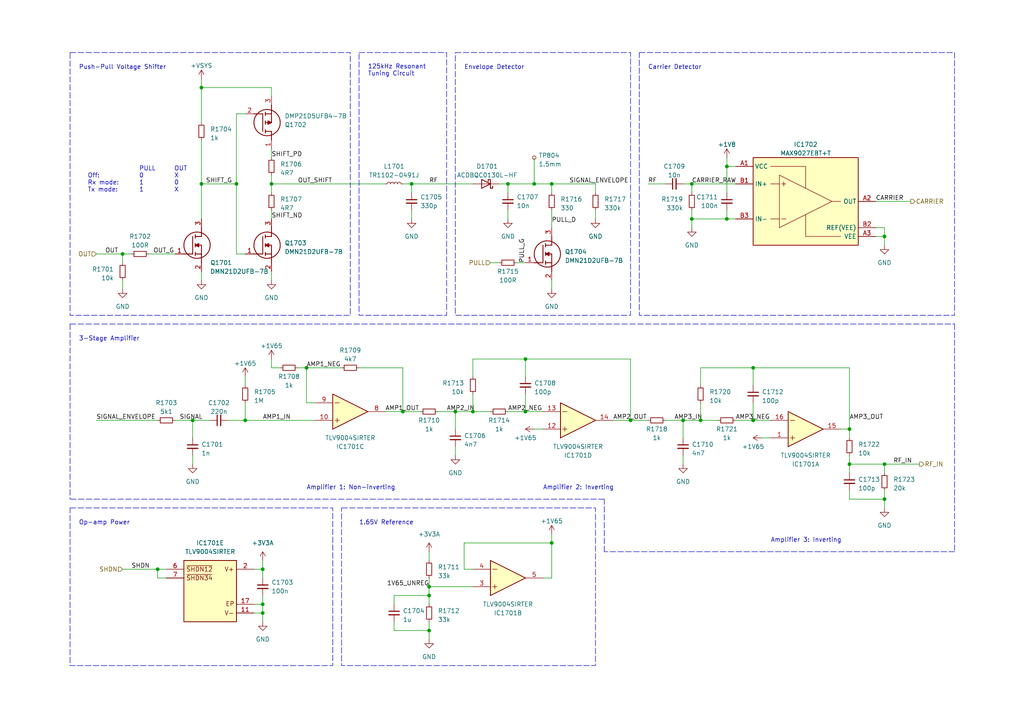
<source format=kicad_sch>
(kicad_sch (version 20230121) (generator eeschema)
  (paper "A4")
  (title_block (title "Watch RFID") (date "2023-12-21") (rev "1") (comment 1 "Checked by Ben Smith 21/12/23"))
  (lib_symbols
    (symbol "Connector:TestPoint_Small" (pin_numbers hide) (pin_names (offset 0.762) hide)
      (property "Reference" "TP" (at 0 3.81 0))
      (property "Value" "TestPoint_Small" (at 0 2.032 0))
      (symbol "TestPoint_Small_0_1"
        (circle (center 0 0) (radius 0.508))
      )
      (symbol "TestPoint_Small_1_1"
        (pin passive line (at 0 0 90) (length 0) (name "1") (number "1"))
      )
    )
    (symbol "DMN21D2UFB-7B:DMN21D2UFB-7B" (pin_names hide)
      (property "Reference" "Q" (at 11.43 3.81 0))
      (property "Value" "DMN21D2UFB-7B" (at 11.43 1.27 0))
      (symbol "DMN21D2UFB-7B_1_1"
        (polyline (pts (xy 2.54 0) (xy 5.08 0)) (stroke (width 0.254)))
        (polyline (pts (xy 5.08 5.08) (xy 5.08 0)) (stroke (width 0.254)))
        (polyline (pts (xy 5.842 -0.508) (xy 5.842 0.508)) (stroke (width 0.254)))
        (polyline (pts (xy 5.842 0) (xy 7.62 0)) (stroke (width 0.254)))
        (polyline (pts (xy 5.842 2.032) (xy 5.842 3.048)) (stroke (width 0.254)))
        (polyline (pts (xy 5.842 5.588) (xy 5.842 4.572)) (stroke (width 0.254)))
        (polyline (pts (xy 7.62 2.54) (xy 5.842 2.54)) (stroke (width 0.254)))
        (polyline (pts (xy 7.62 2.54) (xy 7.62 -2.54)) (stroke (width 0.254)))
        (polyline (pts (xy 7.62 5.08) (xy 5.842 5.08)) (stroke (width 0.254)))
        (polyline (pts (xy 7.62 5.08) (xy 7.62 7.62)) (stroke (width 0.254)))
        (polyline (pts (xy 5.842 2.54) (xy 6.858 3.048) (xy 6.858 2.032) (xy 5.842 2.54)) (stroke (width 0.254)) (fill (type outline)))
        (circle (center 6.35 2.54) (radius 3.81) (stroke (width 0.254)))
        (pin passive line (at 0 0 0) (length 2.54) (name "G") (number "1"))
        (pin passive line (at 7.62 -5.08 90) (length 2.54) (name "S") (number "2"))
        (pin passive line (at 7.62 10.16 270) (length 2.54) (name "D") (number "3"))
      )
    )
    (symbol "DMP21D5UFB4-7B:DMP21D5UFB4-7B" (pin_names hide)
      (property "Reference" "Q" (at 11.43 3.81 0))
      (property "Value" "DMP21D5UFB4-7B" (at 11.43 1.27 0))
      (symbol "DMP21D5UFB4-7B_1_1"
        (polyline (pts (xy 2.54 0) (xy 5.08 0)) (stroke (width 0.254)))
        (polyline (pts (xy 5.08 5.08) (xy 5.08 0)) (stroke (width 0.254)))
        (polyline (pts (xy 5.842 -0.508) (xy 5.842 0.508)) (stroke (width 0.254)))
        (polyline (pts (xy 5.842 0) (xy 7.62 0)) (stroke (width 0.254)))
        (polyline (pts (xy 5.842 2.032) (xy 5.842 3.048)) (stroke (width 0.254)))
        (polyline (pts (xy 5.842 5.588) (xy 5.842 4.572)) (stroke (width 0.254)))
        (polyline (pts (xy 7.62 2.54) (xy 5.842 2.54)) (stroke (width 0.254)))
        (polyline (pts (xy 7.62 2.54) (xy 7.62 -2.54)) (stroke (width 0.254)))
        (polyline (pts (xy 7.62 5.08) (xy 5.842 5.08)) (stroke (width 0.254)))
        (polyline (pts (xy 7.62 5.08) (xy 7.62 7.62)) (stroke (width 0.254)))
        (polyline (pts (xy 7.62 2.54) (xy 6.604 3.048) (xy 6.604 2.032) (xy 7.62 2.54)) (stroke (width 0.254)) (fill (type outline)))
        (circle (center 6.35 2.54) (radius 3.81) (stroke (width 0.254)))
        (pin passive line (at 7.62 10.16 270) (length 2.54) (name "D") (number "1"))
        (pin passive line (at 0 0 0) (length 2.54) (name "G") (number "2"))
        (pin passive line (at 7.62 -5.08 90) (length 2.54) (name "S") (number "3"))
      )
    )
    (symbol "Device:C_Small" (pin_numbers hide) (pin_names (offset 0.254) hide)
      (property "Reference" "C" (at 0.254 1.778 0))
      (property "Value" "C_Small" (at 0.254 -2.032 0))
      (symbol "C_Small_0_1"
        (polyline (pts (xy -1.524 -0.508) (xy 1.524 -0.508)) (stroke (width 0.3302)))
        (polyline (pts (xy -1.524 0.508) (xy 1.524 0.508)) (stroke (width 0.3048)))
      )
      (symbol "C_Small_1_1"
        (pin passive line (at 0 2.54 270) (length 2.032) (name "~") (number "1"))
        (pin passive line (at 0 -2.54 90) (length 2.032) (name "~") (number "2"))
      )
    )
    (symbol "Device:R_Small" (pin_numbers hide) (pin_names (offset 0.254) hide)
      (property "Reference" "R" (at 0.762 0.508 0))
      (property "Value" "R_Small" (at 0.762 -1.016 0))
      (symbol "R_Small_0_1"
        (rectangle (start -0.762 1.778) (end 0.762 -1.778) (stroke (width 0.2032)))
      )
      (symbol "R_Small_1_1"
        (pin passive line (at 0 2.54 270) (length 0.762) (name "~") (number "1"))
        (pin passive line (at 0 -2.54 90) (length 0.762) (name "~") (number "2"))
      )
    )
    (symbol "MAX9027EBT+T:MAX9027EBT+T"
      (property "Reference" "IC" (at 0 17.78 0))
      (property "Value" "MAX9027EBT+T" (at 0 15.24 0))
      (symbol "MAX9027EBT+T_0_1"
        (polyline (pts (xy -7.62 -5.08) (xy -10.16 -5.08)))
        (polyline (pts (xy -7.62 5.08) (xy -10.16 5.08)))
        (polyline (pts (xy -6.985 -5.08) (xy -5.715 -5.08)))
        (polyline (pts (xy -6.985 5.08) (xy -5.715 5.08)))
        (polyline (pts (xy -6.35 5.715) (xy -6.35 4.445)))
        (polyline (pts (xy 7.62 0) (xy 10.16 0)))
        (polyline (pts (xy -10.16 10.16) (xy 0 10.16) (xy 0 3.81)))
        (polyline (pts (xy 0 -3.81) (xy 0 -10.16) (xy 10.16 -10.16)))
        (polyline (pts (xy -7.62 7.62) (xy -7.62 -7.62) (xy 7.62 0) (xy -7.62 7.62)))
      )
      (symbol "MAX9027EBT+T_1_1"
        (rectangle (start -15.24 12.7) (end 15.24 -12.7) (stroke (width 0.254)) (fill (type background)))
        (pin passive line (at -20.32 10.16 0) (length 5.08) (name "VCC") (number "A1"))
        (pin passive line (at 20.32 0 180) (length 5.08) (name "OUT") (number "A2"))
        (pin passive line (at 20.32 -10.16 180) (length 5.08) (name "VEE") (number "A3"))
        (pin passive line (at -20.32 5.08 0) (length 5.08) (name "IN+") (number "B1"))
        (pin passive line (at 20.32 -7.62 180) (length 5.08) (name "REF(VEE)") (number "B2"))
        (pin passive line (at -20.32 -5.08 0) (length 5.08) (name "IN-") (number "B3"))
      )
    )
    (symbol "TLV9004SIRTER:TLV9004SIRTER" (pin_names hide)
      (property "Reference" "IC" (at 0 10.16 0))
      (property "Value" "TLV9004SIRTER" (at 0 7.62 0))
      (symbol "TLV9004SIRTER_1_1"
        (polyline (pts (xy -4.445 -2.54) (xy -3.175 -2.54)))
        (polyline (pts (xy -4.445 2.54) (xy -3.175 2.54)))
        (polyline (pts (xy -3.81 3.175) (xy -3.81 1.905)))
        (polyline (pts (xy -5.08 5.08) (xy 5.08 0) (xy -5.08 -5.08) (xy -5.08 5.08)) (stroke (width 0.254)) (fill (type background)))
        (pin passive line (at -10.16 2.54 0) (length 5.08) (name "IN1+") (number "1"))
        (pin passive line (at 10.16 0 180) (length 5.08) (name "OUT1") (number "15"))
        (pin passive line (at -10.16 -2.54 0) (length 5.08) (name "IN1-") (number "16"))
      )
      (symbol "TLV9004SIRTER_2_1"
        (polyline (pts (xy -4.445 -2.54) (xy -3.175 -2.54)))
        (polyline (pts (xy -4.445 2.54) (xy -3.175 2.54)))
        (polyline (pts (xy -3.81 3.175) (xy -3.81 1.905)))
        (polyline (pts (xy -5.08 5.08) (xy 5.08 0) (xy -5.08 -5.08) (xy -5.08 5.08)) (stroke (width 0.254)) (fill (type background)))
        (pin passive line (at -10.16 2.54 0) (length 5.08) (name "IN2+") (number "3"))
        (pin passive line (at -10.16 -2.54 0) (length 5.08) (name "IN2-") (number "4"))
        (pin passive line (at 10.16 0 180) (length 5.08) (name "OUT2") (number "5"))
      )
      (symbol "TLV9004SIRTER_3_1"
        (polyline (pts (xy -4.445 -2.54) (xy -3.175 -2.54)))
        (polyline (pts (xy -4.445 2.54) (xy -3.175 2.54)))
        (polyline (pts (xy -3.81 3.175) (xy -3.81 1.905)))
        (polyline (pts (xy -5.08 5.08) (xy 5.08 0) (xy -5.08 -5.08) (xy -5.08 5.08)) (stroke (width 0.254)) (fill (type background)))
        (pin passive line (at -10.16 2.54 0) (length 5.08) (name "IN3+") (number "10"))
        (pin passive line (at 10.16 0 180) (length 5.08) (name "OUT3") (number "8"))
        (pin passive line (at -10.16 -2.54 0) (length 5.08) (name "IN3-") (number "9"))
      )
      (symbol "TLV9004SIRTER_4_1"
        (polyline (pts (xy -4.445 -2.54) (xy -3.175 -2.54)))
        (polyline (pts (xy -4.445 2.54) (xy -3.175 2.54)))
        (polyline (pts (xy -3.81 3.175) (xy -3.81 1.905)))
        (polyline (pts (xy -5.08 5.08) (xy 5.08 0) (xy -5.08 -5.08) (xy -5.08 5.08)) (stroke (width 0.254)) (fill (type background)))
        (pin passive line (at -10.16 2.54 0) (length 5.08) (name "IN4+") (number "12"))
        (pin passive line (at -10.16 -2.54 0) (length 5.08) (name "IN4-") (number "13"))
        (pin passive line (at 10.16 0 180) (length 5.08) (name "OUT4") (number "14"))
      )
      (symbol "TLV9004SIRTER_5_1"
        (rectangle (start -7.62 5.08) (end 7.62 -12.7) (stroke (width 0.254)) (fill (type background)))
        (text "EP" (at 7.073 -7.5004 0) (effects (font (size 1.27 1.27)) (justify right)))
        (text "V+" (at 6.985 2.54 0) (effects (font (size 1.27 1.27)) (justify right)))
        (text "V-" (at 6.985 -10.16 0) (effects (font (size 1.27 1.27)) (justify right)))
        (text "~{SHDN12}" (at -6.985 2.54 0) (effects (font (size 1.27 1.27)) (justify left)))
        (text "~{SHDN34}" (at -6.985 0 0) (effects (font (size 1.27 1.27)) (justify left)))
        (pin passive line (at 12.7 -10.16 180) (length 5.08) (name "V-") (number "11"))
        (pin passive line (at 12.7 -7.62 180) (length 5.08) (name "EP") (number "17"))
        (pin passive line (at 12.7 2.54 180) (length 5.08) (name "V+") (number "2"))
        (pin passive line (at -12.7 2.54 0) (length 5.08) (name "~{SHDN12}") (number "6"))
        (pin passive line (at -12.7 0 0) (length 5.08) (name "~{SHDN34}") (number "7"))
      )
    )
    (symbol "power:+1V8" (power) (pin_names (offset 0))
      (property "Value" "+1V8" (at 0 3.556 0))
      (symbol "+1V8_0_1"
        (polyline (pts (xy -0.762 1.27) (xy 0 2.54)))
        (polyline (pts (xy 0 0) (xy 0 2.54)))
        (polyline (pts (xy 0 2.54) (xy 0.762 1.27)))
      )
      (symbol "+1V8_1_1"
        (pin power_in line (at 0 0 90) (length 0) hide (name "+1V8") (number "1"))
      )
    )
    (symbol "power:GND" (power) (pin_names (offset 0))
      (property "Value" "GND" (at 0 -3.81 0))
      (symbol "GND_0_1"
        (polyline (pts (xy 0 0) (xy 0 -1.27) (xy 1.27 -1.27) (xy 0 -2.54) (xy -1.27 -1.27) (xy 0 -1.27)))
      )
      (symbol "GND_1_1"
        (pin power_in line (at 0 0 270) (length 0) hide (name "GND") (number "1"))
      )
    )
    (symbol "watch_symbols_lib:+1V65" (power) (pin_names (offset 0))
      (property "Value" "+1V65" (at 0 3.556 0))
      (symbol "+1V65_0_1"
        (polyline (pts (xy -0.762 1.27) (xy 0 2.54)))
        (polyline (pts (xy 0 0) (xy 0 2.54)))
        (polyline (pts (xy 0 2.54) (xy 0.762 1.27)))
      )
      (symbol "+1V65_1_1"
        (pin power_in line (at 0 0 90) (length 0) hide (name "+1V65") (number "1"))
      )
    )
    (symbol "watch_symbols_lib:+3V3A" (power) (pin_names (offset 0))
      (property "Value" "+3V3A" (at 0 3.556 0))
      (symbol "+3V3A_0_1"
        (polyline (pts (xy -0.762 1.27) (xy 0 2.54)))
        (polyline (pts (xy 0 0) (xy 0 2.54)))
        (polyline (pts (xy 0 2.54) (xy 0.762 1.27)))
      )
      (symbol "+3V3A_1_1"
        (pin power_in line (at 0 0 90) (length 0) hide (name "+3V3A") (number "1"))
      )
    )
    (symbol "watch_symbols_lib:+VSYS" (power) (pin_names (offset 0))
      (property "Value" "+VSYS" (at 0 3.556 0))
      (symbol "+VSYS_0_1"
        (polyline (pts (xy -0.762 1.27) (xy 0 2.54)))
        (polyline (pts (xy 0 0) (xy 0 2.54)))
        (polyline (pts (xy 0 2.54) (xy 0.762 1.27)))
      )
      (symbol "+VSYS_1_1"
        (pin power_in line (at 0 0 90) (length 0) hide (name "+VSYS") (number "1"))
      )
    )
    (symbol "watch_symbols_lib:ACDBQC0130L-HF" (pin_numbers hide) (pin_names (offset 1.016) hide)
      (property "Reference" "D" (at 0 2.54 0))
      (property "Value" "ACDBQC0130L-HF" (at 0 -2.54 0))
      (symbol "ACDBQC0130L-HF_0_1"
        (polyline (pts (xy 1.27 0) (xy -1.27 0)))
        (polyline (pts (xy 1.27 1.27) (xy 1.27 -1.27) (xy -1.27 0) (xy 1.27 1.27)) (stroke (width 0.254)))
        (polyline (pts (xy -1.905 0.635) (xy -1.905 1.27) (xy -1.27 1.27) (xy -1.27 -1.27) (xy -0.635 -1.27) (xy -0.635 -0.635)) (stroke (width 0.254)))
      )
      (symbol "ACDBQC0130L-HF_1_1"
        (pin passive line (at -3.81 0 0) (length 2.54) (name "K") (number "1"))
        (pin passive line (at 3.81 0 180) (length 2.54) (name "A") (number "2"))
      )
    )
    (symbol "watch_symbols_lib:TR1102-0491J" (pin_numbers hide) (pin_names (offset 0.254) hide)
      (property "Reference" "L" (at 0.762 1.016 0))
      (property "Value" "TR1102-0491J" (at 0.762 -1.016 0))
      (symbol "TR1102-0491J_0_1"
        (arc (start 0 -2.032) (mid 0.5058 -1.524) (end 0 -1.016))
        (arc (start 0 -1.016) (mid 0.5058 -0.508) (end 0 0))
        (arc (start 0 0) (mid 0.5058 0.508) (end 0 1.016))
        (arc (start 0 1.016) (mid 0.5058 1.524) (end 0 2.032))
      )
      (symbol "TR1102-0491J_1_1"
        (pin passive line (at 0 2.54 270) (length 0.508) (name "~") (number "1"))
        (pin passive line (at 0 -2.54 90) (length 0.508) (name "~") (number "2"))
      )
    )
  )
  (junction (at 246.38 134.62))
  (junction (at 160.02 157.48))
  (junction (at 256.54 134.62))
  (junction (at 35.56 73.66))
  (junction (at 246.38 124.46))
  (junction (at 152.4 119.38))
  (junction (at 124.46 170.18))
  (junction (at 210.82 63.5))
  (junction (at 147.32 53.34))
  (junction (at 78.74 53.34))
  (junction (at 58.42 53.34))
  (junction (at 137.16 119.38))
  (junction (at 152.4 104.14))
  (junction (at 116.84 119.38))
  (junction (at 88.9 106.68))
  (junction (at 182.88 121.92))
  (junction (at 200.66 63.5))
  (junction (at 256.54 144.78))
  (junction (at 119.38 53.34))
  (junction (at 124.46 182.88))
  (junction (at 124.46 172.72))
  (junction (at 76.2 177.8))
  (junction (at 160.02 53.34))
  (junction (at 203.2 121.92))
  (junction (at 198.12 121.92))
  (junction (at 256.54 68.58))
  (junction (at 76.2 175.26))
  (junction (at 210.82 48.26))
  (junction (at 218.44 121.92))
  (junction (at 218.44 106.68))
  (junction (at 68.58 53.34))
  (junction (at 71.12 121.92))
  (junction (at 45.72 165.1))
  (junction (at 58.42 25.4))
  (junction (at 132.08 119.38))
  (junction (at 200.66 53.34))
  (junction (at 154.94 53.34))
  (junction (at 76.2 165.1))
  (junction (at 55.88 121.92))
  (wire (pts (xy 76.2 165.1) (xy 76.2 167.64)))
  (wire (pts (xy 119.38 63.5) (xy 119.38 60.96)))
  (wire (pts (xy 182.88 121.92) (xy 187.96 121.92)))
  (wire (pts (xy 142.24 76.2) (xy 144.78 76.2)))
  (wire (pts (xy 78.74 43.18) (xy 78.74 45.72)))
  (wire (pts (xy 58.42 53.34) (xy 58.42 63.5)))
  (wire (pts (xy 147.32 63.5) (xy 147.32 60.96)))
  (wire (pts (xy 119.38 53.34) (xy 137.16 53.34)))
  (wire (pts (xy 152.4 104.14) (xy 182.88 104.14)))
  (wire (pts (xy 43.18 73.66) (xy 50.8 73.66)))
  (wire (pts (xy 172.72 63.5) (xy 172.72 60.96)))
  (wire (pts (xy 116.84 119.38) (xy 121.92 119.38)))
  (wire (pts (xy 35.56 73.66) (xy 38.1 73.66)))
  (wire (pts (xy 137.16 165.1) (xy 134.62 165.1)))
  (wire (pts (xy 254 66.04) (xy 256.54 66.04)))
  (wire (pts (xy 256.54 134.62) (xy 266.7 134.62)))
  (wire (pts (xy 218.44 106.68) (xy 246.38 106.68)))
  (wire (pts (xy 154.94 45.72) (xy 154.94 53.34)))
  (wire (pts (xy 200.66 63.5) (xy 210.82 63.5)))
  (wire (pts (xy 88.9 106.68) (xy 88.9 116.84)))
  (wire (pts (xy 71.12 121.92) (xy 91.44 121.92)))
  (wire (pts (xy 111.76 119.38) (xy 116.84 119.38)))
  (wire (pts (xy 147.32 53.34) (xy 147.32 55.88)))
  (wire (pts (xy 66.04 121.92) (xy 71.12 121.92)))
  (wire (pts (xy 160.02 55.88) (xy 160.02 53.34)))
  (wire (pts (xy 154.94 124.46) (xy 157.48 124.46)))
  (polyline (pts (xy 276.86 93.98) (xy 276.86 160.02)) (stroke (width 0) (type dash)))
  (wire (pts (xy 124.46 167.64) (xy 124.46 170.18)))
  (polyline (pts (xy 276.86 160.02) (xy 175.26 160.02)) (stroke (width 0) (type dash)))
  (wire (pts (xy 256.54 134.62) (xy 246.38 134.62)))
  (wire (pts (xy 48.26 167.64) (xy 45.72 167.64)))
  (wire (pts (xy 78.74 50.8) (xy 78.74 53.34)))
  (wire (pts (xy 134.62 165.1) (xy 134.62 157.48)))
  (wire (pts (xy 160.02 83.82) (xy 160.02 81.28)))
  (wire (pts (xy 154.94 53.34) (xy 160.02 53.34)))
  (wire (pts (xy 58.42 22.86) (xy 58.42 25.4)))
  (wire (pts (xy 76.2 175.26) (xy 76.2 177.8)))
  (wire (pts (xy 58.42 53.34) (xy 68.58 53.34)))
  (wire (pts (xy 256.54 144.78) (xy 256.54 142.24)))
  (wire (pts (xy 124.46 172.72) (xy 124.46 175.26)))
  (wire (pts (xy 55.88 121.92) (xy 60.96 121.92)))
  (wire (pts (xy 114.3 172.72) (xy 124.46 172.72)))
  (wire (pts (xy 152.4 119.38) (xy 157.48 119.38)))
  (wire (pts (xy 210.82 60.96) (xy 210.82 63.5)))
  (wire (pts (xy 177.8 121.92) (xy 182.88 121.92)))
  (wire (pts (xy 104.14 106.68) (xy 116.84 106.68)))
  (wire (pts (xy 55.88 132.08) (xy 55.88 134.62)))
  (wire (pts (xy 210.82 63.5) (xy 213.36 63.5)))
  (wire (pts (xy 76.2 172.72) (xy 76.2 175.26)))
  (wire (pts (xy 256.54 71.12) (xy 256.54 68.58)))
  (wire (pts (xy 157.48 167.64) (xy 160.02 167.64)))
  (wire (pts (xy 152.4 104.14) (xy 152.4 109.22)))
  (wire (pts (xy 137.16 119.38) (xy 137.16 114.3)))
  (wire (pts (xy 203.2 111.76) (xy 203.2 106.68)))
  (wire (pts (xy 142.24 119.38) (xy 137.16 119.38)))
  (wire (pts (xy 147.32 119.38) (xy 152.4 119.38)))
  (wire (pts (xy 116.84 119.38) (xy 116.84 106.68)))
  (wire (pts (xy 58.42 81.28) (xy 58.42 78.74)))
  (wire (pts (xy 198.12 53.34) (xy 200.66 53.34)))
  (wire (pts (xy 58.42 25.4) (xy 58.42 35.56)))
  (wire (pts (xy 27.94 121.92) (xy 45.72 121.92)))
  (wire (pts (xy 76.2 165.1) (xy 73.66 165.1)))
  (wire (pts (xy 114.3 175.26) (xy 114.3 172.72)))
  (wire (pts (xy 220.98 127) (xy 223.52 127)))
  (wire (pts (xy 198.12 132.08) (xy 198.12 134.62)))
  (wire (pts (xy 160.02 157.48) (xy 160.02 167.64)))
  (wire (pts (xy 154.94 53.34) (xy 147.32 53.34)))
  (wire (pts (xy 160.02 53.34) (xy 172.72 53.34)))
  (wire (pts (xy 27.94 73.66) (xy 35.56 73.66)))
  (wire (pts (xy 35.56 83.82) (xy 35.56 81.28)))
  (wire (pts (xy 76.2 162.56) (xy 76.2 165.1)))
  (wire (pts (xy 210.82 45.72) (xy 210.82 48.26)))
  (wire (pts (xy 124.46 170.18) (xy 124.46 172.72)))
  (wire (pts (xy 127 119.38) (xy 132.08 119.38)))
  (wire (pts (xy 124.46 180.34) (xy 124.46 182.88)))
  (wire (pts (xy 246.38 132.08) (xy 246.38 134.62)))
  (wire (pts (xy 71.12 109.22) (xy 71.12 111.76)))
  (wire (pts (xy 35.56 76.2) (xy 35.56 73.66)))
  (wire (pts (xy 160.02 154.94) (xy 160.02 157.48)))
  (wire (pts (xy 73.66 175.26) (xy 76.2 175.26)))
  (wire (pts (xy 203.2 121.92) (xy 203.2 116.84)))
  (wire (pts (xy 78.74 104.14) (xy 78.74 106.68)))
  (polyline (pts (xy 175.26 160.02) (xy 175.26 144.78)) (stroke (width 0) (type dash)))
  (wire (pts (xy 132.08 129.54) (xy 132.08 132.08)))
  (wire (pts (xy 50.8 121.92) (xy 55.88 121.92)))
  (wire (pts (xy 78.74 106.68) (xy 81.28 106.68)))
  (wire (pts (xy 149.86 76.2) (xy 152.4 76.2)))
  (wire (pts (xy 256.54 144.78) (xy 256.54 147.32)))
  (wire (pts (xy 246.38 144.78) (xy 256.54 144.78)))
  (polyline (pts (xy 20.32 93.98) (xy 276.86 93.98)) (stroke (width 0) (type dash)))
  (polyline (pts (xy 20.32 93.98) (xy 20.32 144.78)) (stroke (width 0) (type dash)))
  (wire (pts (xy 203.2 121.92) (xy 208.28 121.92)))
  (wire (pts (xy 213.36 121.92) (xy 218.44 121.92)))
  (wire (pts (xy 88.9 116.84) (xy 91.44 116.84)))
  (wire (pts (xy 114.3 180.34) (xy 114.3 182.88)))
  (wire (pts (xy 218.44 121.92) (xy 218.44 116.84)))
  (wire (pts (xy 71.12 73.66) (xy 68.58 73.66)))
  (wire (pts (xy 200.66 66.04) (xy 200.66 63.5)))
  (wire (pts (xy 137.16 104.14) (xy 152.4 104.14)))
  (wire (pts (xy 78.74 53.34) (xy 78.74 55.88)))
  (wire (pts (xy 116.84 53.34) (xy 119.38 53.34)))
  (wire (pts (xy 144.78 53.34) (xy 147.32 53.34)))
  (wire (pts (xy 182.88 104.14) (xy 182.88 121.92)))
  (wire (pts (xy 68.58 73.66) (xy 68.58 53.34)))
  (wire (pts (xy 124.46 182.88) (xy 124.46 185.42)))
  (wire (pts (xy 172.72 55.88) (xy 172.72 53.34)))
  (wire (pts (xy 114.3 182.88) (xy 124.46 182.88)))
  (wire (pts (xy 68.58 53.34) (xy 68.58 33.02)))
  (wire (pts (xy 152.4 119.38) (xy 152.4 114.3)))
  (wire (pts (xy 203.2 106.68) (xy 218.44 106.68)))
  (wire (pts (xy 35.56 165.1) (xy 45.72 165.1)))
  (wire (pts (xy 256.54 68.58) (xy 254 68.58)))
  (wire (pts (xy 256.54 137.16) (xy 256.54 134.62)))
  (wire (pts (xy 124.46 170.18) (xy 137.16 170.18)))
  (wire (pts (xy 55.88 121.92) (xy 55.88 127)))
  (wire (pts (xy 134.62 157.48) (xy 160.02 157.48)))
  (wire (pts (xy 132.08 119.38) (xy 132.08 124.46)))
  (wire (pts (xy 86.36 106.68) (xy 88.9 106.68)))
  (wire (pts (xy 73.66 177.8) (xy 76.2 177.8)))
  (wire (pts (xy 246.38 106.68) (xy 246.38 124.46)))
  (wire (pts (xy 45.72 167.64) (xy 45.72 165.1)))
  (wire (pts (xy 187.96 53.34) (xy 193.04 53.34)))
  (wire (pts (xy 193.04 121.92) (xy 198.12 121.92)))
  (wire (pts (xy 58.42 40.64) (xy 58.42 53.34)))
  (wire (pts (xy 124.46 160.02) (xy 124.46 162.56)))
  (wire (pts (xy 200.66 55.88) (xy 200.66 53.34)))
  (wire (pts (xy 246.38 142.24) (xy 246.38 144.78)))
  (wire (pts (xy 78.74 81.28) (xy 78.74 78.74)))
  (wire (pts (xy 78.74 27.94) (xy 78.74 25.4)))
  (wire (pts (xy 78.74 60.96) (xy 78.74 63.5)))
  (wire (pts (xy 198.12 121.92) (xy 203.2 121.92)))
  (wire (pts (xy 78.74 53.34) (xy 111.76 53.34)))
  (wire (pts (xy 137.16 109.22) (xy 137.16 104.14)))
  (wire (pts (xy 200.66 60.96) (xy 200.66 63.5)))
  (wire (pts (xy 68.58 33.02) (xy 71.12 33.02)))
  (wire (pts (xy 246.38 134.62) (xy 246.38 137.16)))
  (wire (pts (xy 198.12 121.92) (xy 198.12 127)))
  (wire (pts (xy 132.08 119.38) (xy 137.16 119.38)))
  (polyline (pts (xy 175.26 144.78) (xy 20.32 144.78)) (stroke (width 0) (type dash)))
  (wire (pts (xy 99.06 106.68) (xy 88.9 106.68)))
  (wire (pts (xy 256.54 66.04) (xy 256.54 68.58)))
  (wire (pts (xy 76.2 177.8) (xy 76.2 180.34)))
  (wire (pts (xy 218.44 121.92) (xy 223.52 121.92)))
  (wire (pts (xy 210.82 48.26) (xy 210.82 55.88)))
  (wire (pts (xy 160.02 60.96) (xy 160.02 66.04)))
  (wire (pts (xy 254 58.42) (xy 264.16 58.42)))
  (wire (pts (xy 243.84 124.46) (xy 246.38 124.46)))
  (wire (pts (xy 45.72 165.1) (xy 48.26 165.1)))
  (wire (pts (xy 58.42 25.4) (xy 78.74 25.4)))
  (wire (pts (xy 71.12 116.84) (xy 71.12 121.92)))
  (wire (pts (xy 246.38 124.46) (xy 246.38 127)))
  (wire (pts (xy 200.66 53.34) (xy 213.36 53.34)))
  (wire (pts (xy 218.44 106.68) (xy 218.44 111.76)))
  (wire (pts (xy 210.82 48.26) (xy 213.36 48.26)))
  (wire (pts (xy 119.38 53.34) (xy 119.38 55.88)))
  (rectangle (start 132.08 15.24) (end 182.88 91.44) (stroke (width 0) (type dash)))
  (rectangle (start 104.14 15.24) (end 129.54 91.44) (stroke (width 0) (type dash)))
  (rectangle (start 185.42 15.24) (end 276.86 91.44) (stroke (width 0) (type dash)))
  (rectangle (start 20.32 15.24) (end 101.6 91.44) (stroke (width 0) (type dash)))
  (rectangle (start 20.32 147.32) (end 96.52 193.04) (stroke (width 0) (type dash)))
  (rectangle (start 99.06 147.32) (end 172.72 193.04) (stroke (width 0) (type dash)))
  (text "Amplifier 3: Inverting" (at 223.52 157.48 0) (effects (font (size 1.27 1.27)) (justify left bottom)))
  (text "Carrier Detector" (at 187.96 20.32 0) (effects (font (size 1.27 1.27)) (justify left bottom)))
  (text "Op-amp Power" (at 22.86 152.4 0) (effects (font (size 1.27 1.27)) (justify left bottom)))
  (text "Push-Pull Voltage Shifter" (at 22.86 20.32 0) (effects (font (size 1.27 1.27)) (justify left bottom)))
  (text "3-Stage Amplifier" (at 22.86 99.06 0) (effects (font (size 1.27 1.27)) (justify left bottom)))
  (text "Amplifier 1: Non-inverting" (at 88.9 142.24 0) (effects (font (size 1.27 1.27)) (justify left bottom)))
  (text "125kHz Resonant\nTuning Circuit" (at 106.68 22.225 0) (effects (font (size 1.27 1.27)) (justify left bottom)))
  (text "Envelope Detector" (at 134.62 20.32 0) (effects (font (size 1.27 1.27)) (justify left bottom)))
  (text "Amplifier 2: Inverting" (at 157.48 142.24 0) (effects (font (size 1.27 1.27)) (justify left bottom)))
  (text "			PULL	OUT\nOff:		0		X		\nRx mode: 	1		0\nTx mode:	1		X" (at 25.4 55.88 0) (effects (font (size 1.27 1.27)) (justify left bottom)))
  (text "1.65V Reference" (at 104.14 152.4 0) (effects (font (size 1.27 1.27)) (justify left bottom)))
  (label "CARRIER" (at 254 58.42 0))
  (label "1V65_UNREG" (at 124.46 170.18 180))
  (label "AMP3_OUT" (at 246.38 121.92 0))
  (label "AMP3_IN" (at 195.58 121.92 0))
  (label "AMP2_NEG" (at 147.32 119.38 0))
  (label "SHIFT_G" (at 59.69 53.34 0))
  (label "AMP3_NEG" (at 213.36 121.92 0))
  (label "SHDN" (at 38.1 165.1 0))
  (label "RF" (at 187.96 53.34 0))
  (label "OUT_SHIFT" (at 86.36 53.34 0))
  (label "AMP1_IN" (at 76.2 121.92 0))
  (label "SIGNAL" (at 52.07 121.92 0))
  (label "CARRIER_RAW" (at 200.66 53.34 0))
  (label "PULL_D" (at 160.02 64.77 0))
  (label "SHIFT_ND" (at 78.74 63.5 0))
  (label "RF_IN" (at 259.08 134.62 0))
  (label "SIGNAL_ENVELOPE" (at 165.1 53.34 0))
  (label "AMP1_NEG" (at 88.9 106.68 0))
  (label "AMP2_OUT" (at 177.8 121.92 0))
  (label "PULL_G" (at 152.4 76.2 90))
  (label "SHIFT_PD" (at 78.74 45.72 0))
  (label "AMP2_IN" (at 129.54 119.38 0))
  (label "OUT" (at 30.48 73.66 0))
  (label "SIGNAL_ENVELOPE" (at 27.94 121.92 0))
  (label "OUT_G" (at 44.45 73.66 0))
  (label "RF" (at 124.46 53.34 0))
  (label "AMP1_OUT" (at 111.76 119.38 0))
  (hierarchical_label "CARRIER" (shape output) (at 264.16 58.42 0))
  (hierarchical_label "SHDN" (shape input) (at 35.56 165.1 180))
  (hierarchical_label "RF_IN" (shape output) (at 266.7 134.62 0))
  (hierarchical_label "PULL" (shape input) (at 142.24 76.2 180))
  (hierarchical_label "OUT" (shape input) (at 27.94 73.66 180))
  (symbol (lib_id "DMN21D2UFB-7B:DMN21D2UFB-7B") (at 152.4 76.2 0) (unit 1)
    (property "Reference" "Q1704" (at 163.83 73.025 0) (effects (justify left)))
    (property "Value" "DMN21D2UFB-7B" (at 163.83 75.565 0) (effects (justify left)))
    (property "Footprint" "watch_footprints:DMN21D2UFB7B" (effects hide))
    (property "Datasheet" "https://componentsearchengine.com/Datasheets/1/DMN21D2UFB-7B.pdf" (effects hide))
    (property "Height" "0.53" (effects hide))
    (property "Mouser Part Number" "621-DMN21D2UFB-7B" (effects hide))
    (property "Manufacturer_Name" "Diodes Incorporated" (effects hide))
    (property "Manufacturer_Part_Number" "DMN21D2UFB-7B" (effects hide))
  )
  (symbol (lib_id "power:GND") (at 119.38 63.5 0) (unit 1)
    (property "Reference" "#PWR01710" (effects hide))
    (property "Value" "GND" (at 119.38 68.58 0))
  )
  (symbol (lib_id "power:GND") (at 256.54 147.32 0) (unit 1)
    (property "Reference" "#PWR01724" (effects hide))
    (property "Value" "GND" (at 256.54 152.4 0))
  )
  (symbol (lib_id "Device:R_Small") (at 48.26 121.92 90) (unit 1)
    (property "Reference" "R1703" (at 48.26 116.84 90))
    (property "Value" "5k1" (at 48.26 119.38 90))
    (property "Footprint" "Resistor_SMD:R_0402_1005Metric" (effects hide))
  )
  (symbol (lib_id "DMN21D2UFB-7B:DMN21D2UFB-7B") (at 50.8 73.66 0) (unit 1)
    (property "Reference" "Q1701" (at 60.96 76.2 0) (effects (justify left)))
    (property "Value" "DMN21D2UFB-7B" (at 60.96 78.74 0) (effects (justify left)))
    (property "Footprint" "watch_footprints:DMN21D2UFB7B" (effects hide))
    (property "Datasheet" "https://componentsearchengine.com/Datasheets/1/DMN21D2UFB-7B.pdf" (effects hide))
    (property "Height" "0.53" (effects hide))
    (property "Mouser Part Number" "621-DMN21D2UFB-7B" (effects hide))
    (property "Manufacturer_Name" "Diodes Incorporated" (effects hide))
    (property "Manufacturer_Part_Number" "DMN21D2UFB-7B" (effects hide))
  )
  (symbol (lib_id "Device:C_Small") (at 198.12 129.54 0) (unit 1)
    (property "Reference" "C1710" (at 200.66 128.9113 0) (effects (justify left)))
    (property "Value" "4n7" (at 200.66 131.4513 0) (effects (justify left)))
    (property "Footprint" "Capacitor_SMD:C_0402_1005Metric" (effects hide))
  )
  (symbol (lib_id "watch_symbols_lib:+3V3A") (at 124.46 160.02 0) (unit 1)
    (property "Reference" "#PWR01711" (effects hide))
    (property "Value" "+3V3A" (at 124.46 154.94 0))
  )
  (symbol (lib_id "Device:R_Small") (at 160.02 58.42 180) (unit 1)
    (property "Reference" "R1716" (at 162.56 57.785 0) (effects (justify right)))
    (property "Value" "330" (at 162.56 60.325 0) (effects (justify right)))
    (property "Footprint" "Resistor_SMD:R_0402_1005Metric" (effects hide))
  )
  (symbol (lib_id "DMN21D2UFB-7B:DMN21D2UFB-7B") (at 71.12 73.66 0) (unit 1)
    (property "Reference" "Q1703" (at 82.55 70.485 0) (effects (justify left)))
    (property "Value" "DMN21D2UFB-7B" (at 82.55 73.025 0) (effects (justify left)))
    (property "Footprint" "watch_footprints:DMN21D2UFB7B" (effects hide))
    (property "Datasheet" "https://componentsearchengine.com/Datasheets/1/DMN21D2UFB-7B.pdf" (effects hide))
    (property "Height" "0.53" (effects hide))
    (property "Mouser Part Number" "621-DMN21D2UFB-7B" (effects hide))
    (property "Manufacturer_Name" "Diodes Incorporated" (effects hide))
    (property "Manufacturer_Part_Number" "DMN21D2UFB-7B" (effects hide))
  )
  (symbol (lib_id "Device:R_Small") (at 35.56 78.74 0) (mirror x) (unit 1)
    (property "Reference" "R1701" (at 33.02 78.105 0) (effects (justify right)))
    (property "Value" "10k" (at 33.02 80.645 0) (effects (justify right)))
    (property "Footprint" "Resistor_SMD:R_0402_1005Metric" (effects hide))
  )
  (symbol (lib_id "watch_symbols_lib:+1V65") (at 160.02 154.94 0) (unit 1)
    (property "Reference" "#PWR01717" (effects hide))
    (property "Value" "+1V65" (at 160.02 151.13 0))
  )
  (symbol (lib_id "Device:C_Small") (at 76.2 170.18 0) (unit 1)
    (property "Reference" "C1703" (at 78.74 168.9163 0) (effects (justify left)))
    (property "Value" "100n" (at 78.74 171.4563 0) (effects (justify left)))
    (property "Footprint" "Capacitor_SMD:C_0402_1005Metric" (effects hide))
  )
  (symbol (lib_id "Device:C_Small") (at 218.44 114.3 0) (unit 1)
    (property "Reference" "C1712" (at 220.98 113.6713 0) (effects (justify left)))
    (property "Value" "100p" (at 220.98 116.2113 0) (effects (justify left)))
    (property "Footprint" "Capacitor_SMD:C_0402_1005Metric" (effects hide))
  )
  (symbol (lib_id "power:GND") (at 147.32 63.5 0) (unit 1)
    (property "Reference" "#PWR01714" (effects hide))
    (property "Value" "GND" (at 147.32 68.58 0))
  )
  (symbol (lib_id "power:GND") (at 58.42 81.28 0) (unit 1)
    (property "Reference" "#PWR01704" (effects hide))
    (property "Value" "GND" (at 58.42 86.36 0))
  )
  (symbol (lib_id "Device:R_Small") (at 147.32 76.2 90) (mirror x) (unit 1)
    (property "Reference" "R1715" (at 147.32 78.74 90))
    (property "Value" "100R" (at 147.32 81.28 90))
    (property "Footprint" "Resistor_SMD:R_0402_1005Metric" (effects hide))
  )
  (symbol (lib_id "Device:R_Small") (at 40.64 73.66 90) (unit 1)
    (property "Reference" "R1702" (at 40.64 68.58 90))
    (property "Value" "100R" (at 40.64 71.12 90))
    (property "Footprint" "Resistor_SMD:R_0402_1005Metric" (effects hide))
  )
  (symbol (lib_id "Device:R_Small") (at 83.82 106.68 90) (mirror x) (unit 1)
    (property "Reference" "R1708" (at 83.82 109.22 90))
    (property "Value" "1k" (at 83.82 111.76 90))
    (property "Footprint" "Resistor_SMD:R_0402_1005Metric" (effects hide))
  )
  (symbol (lib_id "Device:R_Small") (at 256.54 139.7 0) (unit 1)
    (property "Reference" "R1723" (at 259.08 139.065 0) (effects (justify left)))
    (property "Value" "20k" (at 259.08 141.605 0) (effects (justify left)))
    (property "Footprint" "Resistor_SMD:R_0402_1005Metric" (effects hide))
  )
  (symbol (lib_id "Device:C_Small") (at 63.5 121.92 90) (unit 1)
    (property "Reference" "C1702" (at 63.5063 116.84 90))
    (property "Value" "220n" (at 63.5063 119.38 90))
    (property "Footprint" "Capacitor_SMD:C_0402_1005Metric" (effects hide))
  )
  (symbol (lib_id "Device:C_Small") (at 152.4 111.76 0) (unit 1)
    (property "Reference" "C1708" (at 154.94 111.1313 0) (effects (justify left)))
    (property "Value" "100p" (at 154.94 113.6713 0) (effects (justify left)))
    (property "Footprint" "Capacitor_SMD:C_0402_1005Metric" (effects hide))
  )
  (symbol (lib_id "Device:C_Small") (at 132.08 127 0) (unit 1)
    (property "Reference" "C1706" (at 134.62 126.3713 0) (effects (justify left)))
    (property "Value" "4n7" (at 134.62 128.9113 0) (effects (justify left)))
    (property "Footprint" "Capacitor_SMD:C_0402_1005Metric" (effects hide))
  )
  (symbol (lib_id "Device:R_Small") (at 144.78 119.38 90) (unit 1)
    (property "Reference" "R1714" (at 144.78 121.92 90))
    (property "Value" "1k" (at 144.78 124.46 90))
    (property "Footprint" "Resistor_SMD:R_0402_1005Metric" (effects hide))
  )
  (symbol (lib_id "Device:C_Small") (at 210.82 58.42 0) (mirror y) (unit 1)
    (property "Reference" "C1711" (at 208.28 57.1563 0) (effects (justify left)))
    (property "Value" "100n" (at 208.28 59.6963 0) (effects (justify left)))
    (property "Footprint" "Capacitor_SMD:C_0402_1005Metric" (effects hide))
  )
  (symbol (lib_id "Device:R_Small") (at 71.12 114.3 180) (unit 1)
    (property "Reference" "R1705" (at 73.66 113.665 0) (effects (justify right)))
    (property "Value" "1M" (at 73.66 116.205 0) (effects (justify right)))
    (property "Footprint" "Resistor_SMD:R_0402_1005Metric" (effects hide))
  )
  (symbol (lib_id "power:GND") (at 35.56 83.82 0) (unit 1)
    (property "Reference" "#PWR01701" (effects hide))
    (property "Value" "GND" (at 35.56 88.9 0))
  )
  (symbol (lib_id "Device:R_Small") (at 58.42 38.1 180) (unit 1)
    (property "Reference" "R1704" (at 60.96 37.465 0) (effects (justify right)))
    (property "Value" "1k" (at 60.96 40.005 0) (effects (justify right)))
    (property "Footprint" "Resistor_SMD:R_0402_1005Metric" (effects hide))
  )
  (symbol (lib_id "Device:R_Small") (at 172.72 58.42 180) (unit 1)
    (property "Reference" "R1717" (at 175.26 57.785 0) (effects (justify right)))
    (property "Value" "330k" (at 175.26 60.325 0) (effects (justify right)))
    (property "Footprint" "Resistor_SMD:R_0402_1005Metric" (effects hide))
  )
  (symbol (lib_id "Device:R_Small") (at 101.6 106.68 90) (unit 1)
    (property "Reference" "R1709" (at 101.6 101.6 90))
    (property "Value" "4k7" (at 101.6 104.14 90))
    (property "Footprint" "Resistor_SMD:R_0402_1005Metric" (effects hide))
  )
  (symbol (lib_id "Device:R_Small") (at 124.46 119.38 90) (mirror x) (unit 1)
    (property "Reference" "R1710" (at 124.46 121.92 90))
    (property "Value" "1k" (at 124.46 124.46 90))
    (property "Footprint" "Resistor_SMD:R_0402_1005Metric" (effects hide))
  )
  (symbol (lib_id "Device:R_Small") (at 137.16 111.76 0) (mirror y) (unit 1)
    (property "Reference" "R1713" (at 134.62 111.125 0) (effects (justify left)))
    (property "Value" "10k" (at 134.62 113.665 0) (effects (justify left)))
    (property "Footprint" "Resistor_SMD:R_0402_1005Metric" (effects hide))
  )
  (symbol (lib_id "Connector:TestPoint_Small") (at 154.94 45.72 0) (unit 1)
    (property "Reference" "TP804" (at 156.21 45.085 0) (effects (justify left)))
    (property "Value" "1.5mm" (at 156.21 47.625 0) (effects (justify left)))
    (property "Footprint" "TestPoint:TestPoint_Pad_D1.5mm" (effects hide))
    (instances (project "watch_main" (path "" (reference "TP804") (unit 1)) (path "" (reference "TP1701") (unit 1))))
  )
  (symbol (lib_id "Device:R_Small") (at 210.82 121.92 90) (unit 1)
    (property "Reference" "R1721" (at 210.82 124.46 90))
    (property "Value" "1k" (at 210.82 127 90))
    (property "Footprint" "Resistor_SMD:R_0402_1005Metric" (effects hide))
  )
  (symbol (lib_id "Device:R_Small") (at 203.2 114.3 0) (unit 1)
    (property "Reference" "R1720" (at 205.74 113.665 0) (effects (justify left)))
    (property "Value" "10k" (at 205.74 116.205 0) (effects (justify left)))
    (property "Footprint" "Resistor_SMD:R_0402_1005Metric" (effects hide))
  )
  (symbol (lib_id "watch_symbols_lib:+3V3A") (at 76.2 162.56 0) (unit 1)
    (property "Reference" "#PWR01706" (effects hide))
    (property "Value" "+3V3A" (at 76.2 157.48 0))
  )
  (symbol (lib_id "power:GND") (at 160.02 83.82 0) (unit 1)
    (property "Reference" "#PWR01716" (effects hide))
    (property "Value" "GND" (at 160.02 88.9 0))
  )
  (symbol (lib_id "watch_symbols_lib:+1V65") (at 78.74 104.14 0) (unit 1)
    (property "Reference" "#PWR01709" (effects hide))
    (property "Value" "+1V65" (at 78.74 100.33 0))
  )
  (symbol (lib_id "Device:C_Small") (at 114.3 177.8 0) (unit 1)
    (property "Reference" "C1704" (at 116.84 177.1713 0) (effects (justify left)))
    (property "Value" "1u" (at 116.84 179.7113 0) (effects (justify left)))
    (property "Footprint" "Capacitor_SMD:C_0402_1005Metric" (effects hide))
  )
  (symbol (lib_id "Device:R_Small") (at 78.74 58.42 180) (unit 1)
    (property "Reference" "R1707" (at 81.28 57.785 0) (effects (justify right)))
    (property "Value" "4R7" (at 81.28 60.325 0) (effects (justify right)))
    (property "Footprint" "Resistor_SMD:R_0402_1005Metric" (effects hide))
  )
  (symbol (lib_id "power:GND") (at 76.2 180.34 0) (unit 1)
    (property "Reference" "#PWR01707" (effects hide))
    (property "Value" "GND" (at 76.2 185.42 0))
  )
  (symbol (lib_id "Device:R_Small") (at 78.74 48.26 180) (unit 1)
    (property "Reference" "R1706" (at 81.28 47.625 0) (effects (justify right)))
    (property "Value" "4R7" (at 81.28 50.165 0) (effects (justify right)))
    (property "Footprint" "Resistor_SMD:R_0402_1005Metric" (effects hide))
  )
  (symbol (lib_id "TLV9004SIRTER:TLV9004SIRTER") (at 101.6 119.38 0) (mirror x) (unit 3)
    (property "Reference" "IC1701" (at 101.6 129.54 0))
    (property "Value" "TLV9004SIRTER" (at 101.6 127 0))
    (property "Footprint" "watch_footprints:QFN50P300X300X80-17N-D" (effects hide))
    (property "Datasheet" "http://www.ti.com/lit/gpn/tlv9004" (effects hide))
    (property "Height" "0.8" (effects hide))
    (property "Mouser Part Number" "595-TLV9004SIRTER" (effects hide))
    (property "Mouser Price/Stock" "https://www.mouser.co.uk/ProductDetail/Texas-Instruments/TLV9004SIRTER?qs=byeeYqUIh0P0b6lIyMN1Wg%3D%3D" (effects hide))
    (property "Manufacturer_Name" "Texas Instruments" (effects hide))
    (property "Manufacturer_Part_Number" "TLV9004SIRTER" (effects hide))
  )
  (symbol (lib_id "power:GND") (at 172.72 63.5 0) (unit 1)
    (property "Reference" "#PWR01718" (effects hide))
    (property "Value" "GND" (at 172.72 68.58 0))
  )
  (symbol (lib_id "power:GND") (at 124.46 185.42 0) (unit 1)
    (property "Reference" "#PWR01712" (effects hide))
    (property "Value" "GND" (at 124.46 190.5 0))
  )
  (symbol (lib_id "Device:R_Small") (at 246.38 129.54 0) (unit 1)
    (property "Reference" "R1722" (at 248.92 128.905 0) (effects (justify left)))
    (property "Value" "10k" (at 248.92 131.445 0) (effects (justify left)))
    (property "Footprint" "Resistor_SMD:R_0402_1005Metric" (effects hide))
  )
  (symbol (lib_id "power:GND") (at 78.74 81.28 0) (unit 1)
    (property "Reference" "#PWR01708" (effects hide))
    (property "Value" "GND" (at 78.74 86.36 0))
  )
  (symbol (lib_id "watch_symbols_lib:TR1102-0491J") (at 114.3 53.34 90) (unit 1)
    (property "Reference" "L1701" (at 114.3 48.26 90))
    (property "Value" "TR1102-0491J" (at 114.3 50.8 90))
    (property "Footprint" "watch_footprints:TR1102-0491J" (effects hide))
  )
  (symbol (lib_id "power:GND") (at 200.66 66.04 0) (unit 1)
    (property "Reference" "#PWR01720" (effects hide))
    (property "Value" "GND" (at 200.66 71.12 0))
  )
  (symbol (lib_id "watch_symbols_lib:ACDBQC0130L-HF") (at 140.97 53.34 180) (unit 1)
    (property "Reference" "D1701" (at 141.2875 48.26 0))
    (property "Value" "ACDBQC0130L-HF" (at 141.2875 50.8 0))
    (property "Footprint" "Diode_SMD:D_SOD-923" (effects hide))
    (property "Datasheet" "https://www.mouser.co.uk/datasheet/2/80/3468_20190312161249-2504678.pdf" (effects hide))
  )
  (symbol (lib_id "TLV9004SIRTER:TLV9004SIRTER") (at 233.68 124.46 0) (mirror x) (unit 1)
    (property "Reference" "IC1701" (at 233.68 134.62 0))
    (property "Value" "TLV9004SIRTER" (at 233.68 132.08 0))
    (property "Footprint" "watch_footprints:QFN50P300X300X80-17N-D" (effects hide))
    (property "Datasheet" "http://www.ti.com/lit/gpn/tlv9004" (effects hide))
    (property "Height" "0.8" (effects hide))
    (property "Mouser Part Number" "595-TLV9004SIRTER" (effects hide))
    (property "Mouser Price/Stock" "https://www.mouser.co.uk/ProductDetail/Texas-Instruments/TLV9004SIRTER?qs=byeeYqUIh0P0b6lIyMN1Wg%3D%3D" (effects hide))
    (property "Manufacturer_Name" "Texas Instruments" (effects hide))
    (property "Manufacturer_Part_Number" "TLV9004SIRTER" (effects hide))
  )
  (symbol (lib_id "watch_symbols_lib:+VSYS") (at 58.42 22.86 0) (unit 1)
    (property "Reference" "#PWR01703" (effects hide))
    (property "Value" "+VSYS" (at 58.42 19.05 0))
  )
  (symbol (lib_id "Device:C_Small") (at 119.38 58.42 0) (unit 1)
    (property "Reference" "C1705" (at 121.92 57.1563 0) (effects (justify left)))
    (property "Value" "330p" (at 121.92 59.6963 0) (effects (justify left)))
    (property "Footprint" "Capacitor_SMD:C_0402_1005Metric" (effects hide))
  )
  (symbol (lib_id "Device:R_Small") (at 124.46 177.8 0) (unit 1)
    (property "Reference" "R1712" (at 127 177.165 0) (effects (justify left)))
    (property "Value" "33k" (at 127 179.705 0) (effects (justify left)))
    (property "Footprint" "Resistor_SMD:R_0402_1005Metric" (effects hide))
  )
  (symbol (lib_id "power:GND") (at 198.12 134.62 0) (unit 1)
    (property "Reference" "#PWR01719" (effects hide))
    (property "Value" "GND" (at 198.12 139.7 0))
  )
  (symbol (lib_id "power:GND") (at 256.54 71.12 0) (mirror y) (unit 1)
    (property "Reference" "#PWR01723" (effects hide))
    (property "Value" "GND" (at 256.54 76.2 0))
  )
  (symbol (lib_id "TLV9004SIRTER:TLV9004SIRTER") (at 167.64 121.92 0) (mirror x) (unit 4)
    (property "Reference" "IC1701" (at 167.64 132.08 0))
    (property "Value" "TLV9004SIRTER" (at 167.64 129.54 0))
    (property "Footprint" "watch_footprints:QFN50P300X300X80-17N-D" (effects hide))
    (property "Datasheet" "http://www.ti.com/lit/gpn/tlv9004" (effects hide))
    (property "Height" "0.8" (effects hide))
    (property "Mouser Part Number" "595-TLV9004SIRTER" (effects hide))
    (property "Mouser Price/Stock" "https://www.mouser.co.uk/ProductDetail/Texas-Instruments/TLV9004SIRTER?qs=byeeYqUIh0P0b6lIyMN1Wg%3D%3D" (effects hide))
    (property "Manufacturer_Name" "Texas Instruments" (effects hide))
    (property "Manufacturer_Part_Number" "TLV9004SIRTER" (effects hide))
  )
  (symbol (lib_id "watch_symbols_lib:+1V65") (at 154.94 124.46 90) (unit 1)
    (property "Reference" "#PWR01715" (effects hide))
    (property "Value" "+1V65" (at 152.4 127 90))
  )
  (symbol (lib_id "Device:R_Small") (at 124.46 165.1 0) (unit 1)
    (property "Reference" "R1711" (at 127 164.465 0) (effects (justify left)))
    (property "Value" "33k" (at 127 167.005 0) (effects (justify left)))
    (property "Footprint" "Resistor_SMD:R_0402_1005Metric" (effects hide))
  )
  (symbol (lib_id "MAX9027EBT+T:MAX9027EBT+T") (at 233.68 58.42 0) (unit 1)
    (property "Reference" "IC1702" (at 233.68 41.91 0))
    (property "Value" "MAX9027EBT+T" (at 233.68 44.45 0))
    (property "Footprint" "watch_footprints:BGA6C50P3X2_152X100X69" (effects hide))
    (property "Datasheet" "https://datasheets.maximintegrated.com/en/ds/MAX9025-MAX9028.pdf" (effects hide))
    (property "Height" "0.69" (effects hide))
    (property "Mouser Part Number" "700-MAX9028EBTT" (effects hide))
    (property "Mouser Price/Stock" "https://www.mouser.co.uk/ProductDetail/Maxim-Integrated/MAX9028EBT%2bT?qs=1eQvB6Dk1vi6g87AHQEkNQ%3D%3D" (effects hide))
    (property "Manufacturer_Name" "Analog Devices" (effects hide))
    (property "Manufacturer_Part_Number" "MAX9028EBT+T" (effects hide))
  )
  (symbol (lib_id "Device:C_Small") (at 147.32 58.42 0) (unit 1)
    (property "Reference" "C1707" (at 149.86 57.1563 0) (effects (justify left)))
    (property "Value" "10n" (at 149.86 59.6963 0) (effects (justify left)))
    (property "Footprint" "Capacitor_SMD:C_0402_1005Metric" (effects hide))
  )
  (symbol (lib_id "power:GND") (at 132.08 132.08 0) (unit 1)
    (property "Reference" "#PWR01713" (effects hide))
    (property "Value" "GND" (at 132.08 137.16 0))
  )
  (symbol (lib_id "power:GND") (at 55.88 134.62 0) (unit 1)
    (property "Reference" "#PWR01702" (effects hide))
    (property "Value" "GND" (at 55.88 139.7 0))
  )
  (symbol (lib_id "Device:C_Small") (at 55.88 129.54 0) (unit 1)
    (property "Reference" "C1701" (at 58.42 128.9113 0) (effects (justify left)))
    (property "Value" "1n" (at 58.42 131.4513 0) (effects (justify left)))
    (property "Footprint" "Capacitor_SMD:C_0402_1005Metric" (effects hide))
  )
  (symbol (lib_id "TLV9004SIRTER:TLV9004SIRTER") (at 60.96 167.64 0) (unit 5)
    (property "Reference" "IC1701" (at 60.96 157.48 0))
    (property "Value" "TLV9004SIRTER" (at 60.96 160.02 0))
    (property "Footprint" "watch_footprints:QFN50P300X300X80-17N-D" (effects hide))
    (property "Datasheet" "http://www.ti.com/lit/gpn/tlv9004" (effects hide))
    (property "Height" "0.8" (effects hide))
    (property "Mouser Part Number" "595-TLV9004SIRTER" (effects hide))
    (property "Mouser Price/Stock" "https://www.mouser.co.uk/ProductDetail/Texas-Instruments/TLV9004SIRTER?qs=byeeYqUIh0P0b6lIyMN1Wg%3D%3D" (effects hide))
    (property "Manufacturer_Name" "Texas Instruments" (effects hide))
    (property "Manufacturer_Part_Number" "TLV9004SIRTER" (effects hide))
  )
  (symbol (lib_id "DMP21D5UFB4-7B:DMP21D5UFB4-7B") (at 71.12 33.02 0) (mirror x) (unit 1)
    (property "Reference" "Q1702" (at 82.55 36.195 0) (effects (justify left)))
    (property "Value" "DMP21D5UFB4-7B" (at 82.55 33.655 0) (effects (justify left)))
    (property "Footprint" "watch_footprints:DMP21D5UFB47B" (effects hide))
    (property "Datasheet" "https://componentsearchengine.com/Datasheets/1/DMP21D5UFB4-7B.pdf" (effects hide))
    (property "Height" "0.4" (effects hide))
    (property "Mouser Part Number" "621-DMP21D5UFB4-7B" (effects hide))
    (property "Mouser Price/Stock" "https://www.mouser.co.uk/ProductDetail/Diodes-Incorporated/DMP21D5UFB4-7B?qs=gfe7vQ8txpUVAcG22XiS3g%3D%3D" (effects hide))
    (property "Manufacturer_Name" "Diodes Incorporated" (effects hide))
    (property "Manufacturer_Part_Number" "DMP21D5UFB4-7B" (effects hide))
  )
  (symbol (lib_id "Device:C_Small") (at 195.58 53.34 90) (unit 1)
    (property "Reference" "C1709" (at 195.5863 48.26 90))
    (property "Value" "10n" (at 195.5863 50.8 90))
    (property "Footprint" "Capacitor_SMD:C_0402_1005Metric" (effects hide))
  )
  (symbol (lib_id "Device:R_Small") (at 200.66 58.42 0) (mirror x) (unit 1)
    (property "Reference" "R1719" (at 198.12 57.785 0) (effects (justify right)))
    (property "Value" "330k" (at 198.12 60.325 0) (effects (justify right)))
    (property "Footprint" "Resistor_SMD:R_0402_1005Metric" (effects hide))
  )
  (symbol (lib_id "Device:C_Small") (at 246.38 139.7 0) (unit 1)
    (property "Reference" "C1713" (at 248.92 139.0713 0) (effects (justify left)))
    (property "Value" "100p" (at 248.92 141.6113 0) (effects (justify left)))
    (property "Footprint" "Capacitor_SMD:C_0402_1005Metric" (effects hide))
  )
  (symbol (lib_id "Device:R_Small") (at 190.5 121.92 90) (mirror x) (unit 1)
    (property "Reference" "R1718" (at 190.5 124.46 90))
    (property "Value" "1k" (at 190.5 127 90))
    (property "Footprint" "Resistor_SMD:R_0402_1005Metric" (effects hide))
  )
  (symbol (lib_id "TLV9004SIRTER:TLV9004SIRTER") (at 147.32 167.64 0) (mirror x) (unit 2)
    (property "Reference" "IC1701" (at 147.32 177.8 0))
    (property "Value" "TLV9004SIRTER" (at 147.32 175.26 0))
    (property "Footprint" "watch_footprints:QFN50P300X300X80-17N-D" (effects hide))
    (property "Datasheet" "http://www.ti.com/lit/gpn/tlv9004" (effects hide))
    (property "Height" "0.8" (effects hide))
    (property "Mouser Part Number" "595-TLV9004SIRTER" (effects hide))
    (property "Mouser Price/Stock" "https://www.mouser.co.uk/ProductDetail/Texas-Instruments/TLV9004SIRTER?qs=byeeYqUIh0P0b6lIyMN1Wg%3D%3D" (effects hide))
    (property "Manufacturer_Name" "Texas Instruments" (effects hide))
    (property "Manufacturer_Part_Number" "TLV9004SIRTER" (effects hide))
  )
  (symbol (lib_id "watch_symbols_lib:+1V65") (at 71.12 109.22 0) (unit 1)
    (property "Reference" "#PWR01705" (effects hide))
    (property "Value" "+1V65" (at 71.12 105.41 0))
  )
  (symbol (lib_id "watch_symbols_lib:+1V65") (at 220.98 127 90) (unit 1)
    (property "Reference" "#PWR01722" (effects hide))
    (property "Value" "+1V65" (at 218.44 129.54 90))
  )
  (symbol (lib_id "power:+1V8") (at 210.82 45.72 0) (unit 1)
    (property "Reference" "#PWR01721" (effects hide))
    (property "Value" "+1V8" (at 210.82 41.91 0))
  )
)
</source>
